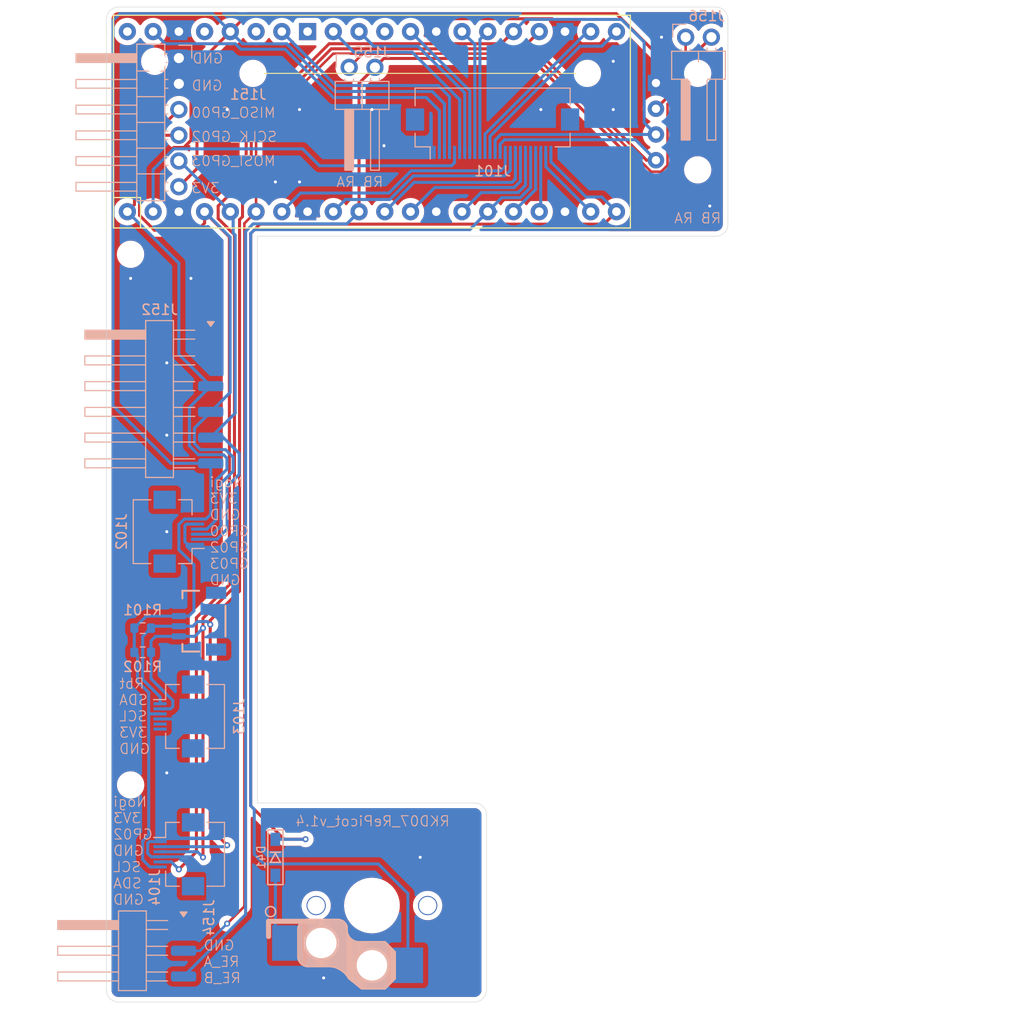
<source format=kicad_pcb>
(kicad_pcb (version 20241229) (generator "pcbnew") (generator_version "9.0")
  (layers (0 "F.Cu" signal) (2 "B.Cu" signal) (13 "F.Paste" user) (15 "B.Paste" user) (5 "F.SilkS" user "F.Silkscreen") (7 "B.SilkS" user "B.Silkscreen") (1 "F.Mask" user) (3 "B.Mask" user) (25 "Edge.Cuts" user))
  (net 0 "")
  (net 1 "VCC")
  (net 2 "GND")
  (net 3 "3V3")
  (net 13 "ROW4_L")
  (net 14 "COL9_L")
  (net 15 "SDA{slash}SCK_L")
  (net 16 "COL4_L")
  (net 17 "COL10_L")
  (net 18 "ROW1_L")
  (net 19 "COL2_L")
  (net 20 "ROW3_L")
  (net 21 "COL13_L")
  (net 22 "COL8_L")
  (net 23 "COL0_L")
  (net 24 "ROW0_L")
  (net 25 "COL6_L")
  (net 26 "COL3_L")
  (net 27 "COL7_L")
  (net 28 "COL5_L")
  (net 29 "COL1_L")
  (net 30 "SCL{slash}TX_L")
  (net 31 "ROW2_L")
  (net 32 "COL12_L")
  (net 33 "COL11_L")
  (net 34 "GP04")
  (net 35 "GP07")
  (net 36 "Net-(D41-A)")
  (net 37 "GP02_SCLK")
  (net 38 "GP00_MISO")
  (net 39 "GP03_MOSI")
  (footprint "kbd_Hole:m2_Screw_Hole" (layer "F.Cu") (at 80.9625 52.3875)
    (property "Reference" "Ref**")
    (property "Value" "Val**")
  )
  (footprint "kbd_Hole:m2_Screw_Hole" (layer "F.Cu") (at 136.92199 34.528151)
    (property "Reference" "Ref**")
    (property "Value" "Val**")
  )
  (footprint "kbd_Hole:m2_Screw_Hole" (layer "F.Cu") (at 136.92199 44.053159)
    (property "Reference" "Ref**")
    (property "Value" "Val**")
  )
  (footprint "kbd_Hole:m2_Screw_Hole" (layer "F.Cu") (at 83.34375 33.337532)
    (property "Reference" "Ref**")
    (property "Value" "Val**")
  )
  (footprint "Rikkodo_FootPrint:rkd_RPi_Pico_TH_NODBG" (layer "F.Cu") (at 104.775 39.290625 90)
    (property "Reference" "U101" (hide yes))
    (property "Value" "Pico")
  )
  (footprint "kbd_Hole:m2_Screw_Hole" (layer "F.Cu") (at 80.9625 104.775)
    (property "Reference" "Ref**")
    (property "Value" "Val**")
  )
  (footprint "BrownSugar_KBD:OLED_center_display" (layer "F.Cu") (at 114.3 39.290625 90)
    (property "Reference" "OL101")
    (property "Value" "OLED")
  )
  (footprint "Rikkodo_FootPrint:rkd_Asm_ChocV1V2_Hotswap_1u" (layer "F.Cu") (at 104.775 116.68125)
    (property "Reference" "SW41" (hide yes))
    (property "Value" "SW_Push" (hide yes))
  )
  (footprint "kbd_Parts:Diode_SMD" (layer "F.Cu") (at 95.25 111.91875 -90)
    (property "Reference" "D41")
    (property "Value" "D" (hide yes))
  )
  (footprint "Rikkodo_FootPrint:rkd_unified_wid_BTM" (layer "F.Cu") (at 109.5375 34.528125)
    (property "Reference" "UnifiedW**" (hide yes))
    (property "Value" "rkd_unified_wid_BTM" (hide yes))
  )
  (footprint "Connector_PinHeader_2.54mm:PinHeader_1x02_P2.54mm_Horizontal" (layer "B.Cu") (at 135.73125 30.95625 -90)
    (property "Reference" "J156")
    (property "Value" "Conn_01x02_Socket")
  )
  (footprint "Connector_Harwin:Harwin_M20-89003xx_1x03_P2.54mm_Horizontal" (layer "B.Cu") (at 80.664776 121.145992 180)
    (property "Reference" "J154")
    (property "Value" "Conn_01x02_Socket")
  )
  (footprint "Connector_FFC-FPC:Hirose_FH12-6S-0.5SH_1x06-1MP_P0.50mm_Horizontal" (layer "B.Cu") (at 85.724928 111.621 -90)
    (property "Reference" "J104")
    (property "Value" "Conn_01x06")
  )
  (footprint "Connector_FFC-FPC:Hirose_FH12-6S-0.5SH_1x06-1MP_P0.50mm_Horizontal" (layer "B.Cu") (at 85.725 79.771875 90)
    (property "Reference" "J102")
    (property "Value" "Conn_01x06")
  )
  (footprint "Connector_PinHeader_2.54mm:PinHeader_1x06_P2.54mm_Horizontal" (layer "B.Cu") (at 85.725 33.02 180)
    (property "Reference" "J151")
    (property "Value" "Conn_01x06")
  )
  (footprint "SparkFun-Connector:JST_SMD_1.0mm-4_Black" (layer "B.Cu") (at 85.725 88.60625 -90)
    (property "Reference" "J153")
    (property "Value" "Qwiic_RA")
  )
  (footprint "DreaM117er-keebLibrary:Hirose_FH12-6S-0.5SH_1x06-1MP_P0.50mm_Horizontal" (layer "B.Cu") (at 85.725 98.0125 -90)
    (property "Reference" "J103")
    (property "Value" "Conn_01x06")
  )
  (footprint "Connector_Harwin:Harwin_M20-89006xx_1x06_P2.54mm_Horizontal" (layer "B.Cu") (at 83.34375 66.675 180)
    (property "Reference" "J152")
    (property "Value" "Conn_01x06")
  )
  (footprint "Connector_PinHeader_2.54mm:PinHeader_1x02_P2.54mm_Horizontal" (layer "B.Cu") (at 102.532568 33.932841 -90)
    (property "Reference" "J155")
    (property "Value" "Conn_01x02_Socket")
  )
  (footprint "Resistor_SMD:R_0603_1608Metric" (layer "B.Cu") (at 82.153194 91.678202)
    (property "Reference" "R102")
    (property "Value" "1kΩ")
  )
  (footprint "Connector_FFC-FPC:Hirose_FH12-24S-0.5SH_1x24-1MP_P0.50mm_Horizontal" (layer "B.Cu") (at 116.68125 40.48125)
    (property "Reference" "J101")
    (property "Value" "Conn_01x24")
  )
  (footprint "Resistor_SMD:R_0603_1608Metric" (layer "B.Cu") (at 82.153194 89.29695)
    (property "Reference" "R101")
    (property "Value" "1kΩ")
  )
  (gr_line (start 79.771875 27.979708) (end 138.707929 27.979708) (stroke (width 0.05)) (layer "Edge.Cuts"))
  (gr_arc (start 138.707929 27.979686) (mid 139.549832 28.328418) (end 139.898577 29.170311) (stroke (width 0.05)) (layer "Edge.Cuts"))
  (gr_arc (start 78.581392 29.170409) (mid 78.930113 28.328529) (end 79.772017 27.979784) (stroke (width 0.05)) (layer "Edge.Cuts"))
  (gr_line (start 114.895418 126.20625) (end 79.771942 126.206251) (stroke (width 0.05)) (layer "Edge.Cuts"))
  (gr_arc (start 114.895409 106.561027) (mid 115.737309 106.909753) (end 116.086035 107.751653) (stroke (width 0.05)) (layer "Edge.Cuts"))
  (gr_line (start 93.464141 106.561027) (end 114.8954 106.561027) (stroke (width 0.05)) (layer "Edge.Cuts"))
  (gr_line (start 139.898574 29.160641) (end 139.898556 49.4109) (stroke (width 0.05)) (layer "Edge.Cuts"))
  (gr_arc (start 79.771942 126.206251) (mid 78.930042 125.857525) (end 78.581316 125.015625) (stroke (width 0.05)) (layer "Edge.Cuts"))
  (gr_arc (start 139.898555 49.410979) (mid 139.549811 50.252858) (end 138.707931 50.601603) (stroke (width 0.05)) (layer "Edge.Cuts"))
  (gr_line (start 138.707931 50.601605) (end 93.464141 50.601605) (stroke (width 0.05)) (layer "Edge.Cuts"))
  (gr_line (start 116.086035 107.742188) (end 116.086036 125.019964) (stroke (width 0.05)) (layer "Edge.Cuts"))
  (gr_line (start 78.581314 29.170409) (end 78.581316 125.015625) (stroke (width 0.05)) (layer "Edge.Cuts"))
  (gr_arc (start 116.086044 125.015625) (mid 115.73731 125.857516) (end 114.895418 126.206251) (stroke (width 0.05)) (layer "Edge.Cuts"))
  (gr_line (start 93.464141 50.601605) (end 93.464141 106.561027) (stroke (width 0.05)) (layer "Edge.Cuts"))
  (gr_text "RB RA" (at 134.540738 49.410979 0) (layer "B.SilkS") (effects (font (size 1 1) (thickness 0.1)) (justify right bottom mirror)))
  (gr_text "MOSI_GP03" (at 86.915552 43.755432 0) (layer "B.SilkS") (effects (font (size 1 1) (thickness 0.1)) (justify right bottom mirror)))
  (gr_text "RB RA" (at 101.20321 45.839101 0) (layer "B.SilkS") (effects (font (size 1 1) (thickness 0.1)) (justify right bottom mirror)))
  (gr_text "3V3" (at 86.915552 46.434336 0) (layer "B.SilkS") (effects (font (size 1 1) (thickness 0.1)) (justify right bottom mirror)))
  (gr_text "SCLK_GP02" (at 86.915552 41.374184 0) (layer "B.SilkS") (effects (font (size 1 1) (thickness 0.1)) (justify right bottom mirror)))
  (gr_text "MISO_GP00" (at 86.915552 38.992936 0) (layer "B.SilkS") (effects (font (size 1 1) (thickness 0.1)) (justify right bottom mirror)))
  (gr_text "GND\nRE_A\nRE_B" (at 88.106324 124.420417 0) (layer "B.SilkS") (effects (font (size 1 1) (thickness 0.1)) (justify right bottom mirror)))
  (gr_text "RKD07_RePicot_v1.4" (at 112.514157 108.942279 0) (layer "B.SilkS") (effects (font (size 1 1) (thickness 0.1)) (justify left bottom mirror)))
  (gr_text "GND" (at 86.915552 36.314032 0) (layer "B.SilkS") (effects (font (size 1 1) (thickness 0.1)) (justify right bottom mirror)))
  (gr_text "GND" (at 86.995 33.635128 0) (layer "B.SilkS") (effects (font (size 1 1) (thickness 0.1)) (justify right bottom mirror)))
  (gr_text "Rbt\nSDA\nSCL\n3V3\nGND" (at 79.771942 101.798523 0) (layer "B.SilkS") (effects (font (size 1 1) (thickness 0.1)) (justify right bottom mirror)))
  (gr_text "Nogi\n3V3\nGND\nGP00\nGP02\nGP03\nGND" (at 88.701637 85.129759 0) (layer "B.SilkS") (effects (font (size 1 1) (thickness 0.1)) (justify right bottom mirror)))
  (gr_text "Nogi\n3V3\nGP02\nGND\nSCL\nSDA\nGND" (at 79.176629 116.681348 0) (layer "B.SilkS") (effects (font (size 1 1) (thickness 0.1)) (justify right bottom mirror)))
  (segment (start 83.64148 30.400657) (end 83.64148 30.93648) (width 0.3) (layer "F.Cu") (net 1))
  (segment (start 96.202478 32.146902) (end 91.842757 32.146902) (width 0.3) (layer "B.Cu") (net 1))
  (segment (start 111.43125 38.207751) (end 110.132905 36.909406) (width 0.3) (layer "B.Cu") (net 1))
  (segment (start 100.964982 36.909406) (end 96.202478 32.146902) (width 0.3) (layer "B.Cu") (net 1))
  (segment (start 111.43125 42.33125) (end 111.43125 38.207751) (width 0.3) (layer "B.Cu") (net 1))
  (segment (start 91.842757 32.146902) (end 91.29748 31.601625) (width 0.3) (layer "B.Cu") (net 1))
  (segment (start 110.132905 36.909406) (end 100.964982 36.909406) (width 0.3) (layer "B.Cu") (net 1))
  (segment (start 91.29748 31.601625) (end 84.386 31.601625) (width 0.3) (layer "B.Cu") (net 1))
  (segment (start 84.386 31.601625) (end 83.185 30.400625) (width 0.3) (layer "B.Cu") (net 1))
  (segment (start 112.393917 29.131708) (end 122.556083 29.131708) (width 0.3) (layer "F.Cu") (net 2))
  (segment (start 122.556083 29.131708) (end 123.825 30.400625) (width 0.3) (layer "F.Cu") (net 2))
  (segment (start 83.777385 43.296135) (end 83.777385 46.23301) (width 0.3) (layer "F.Cu") (net 2))
  (segment (start 111.125 48.180625) (end 112.326 46.979625) (width 0.3) (layer "F.Cu") (net 2))
  (segment (start 128.921 31.601625) (end 132.8 35.480625) (width 0.3) (layer "F.Cu") (net 2))
  (segment (start 122.624 46.979625) (end 123.825 48.180625) (width 0.3) (layer "F.Cu") (net 2))
  (segment (start 86.926 41.137471) (end 86.222471 41.841) (width 0.3) (layer "F.Cu") (net 2))
  (segment (start 86.222471 41.841) (end 85.23252 41.841) (width 0.3) (layer "F.Cu") (net 2))
  (segment (start 112.326 46.979625) (end 122.624 46.979625) (width 0.3) (layer "F.Cu") (net 2))
  (segment (start 98.425 48.180625) (end 98.425 46.0375) (width 0.3) (layer "F.Cu") (net 2))
  (segment (start 85.725 33.02) (end 85.725 30.400625) (width 0.3) (layer "F.Cu") (net 2))
  (segment (start 111.125 48.180625) (end 111.125 46.83125) (width 0.3) (layer "F.Cu") (net 2))
  (segment (start 98.425 46.0375) (end 97.63125 45.24375) (width 0.3) (layer "F.Cu") (net 2))
  (segment (start 111.125 46.83125) (end 105.965625 41.671875) (width 0.3) (layer "F.Cu") (net 2))
  (segment (start 85.23252 41.841) (end 83.777385 43.296135) (width 0.3) (layer "F.Cu") (net 2))
  (segment (start 85.725 33.02) (end 85.725 35.56) (width 0.3) (layer "F.Cu") (net 2))
  (segment (start 83.777385 46.23301) (end 85.725 48.180625) (width 0.3) (layer "F.Cu") (net 2))
  (segment (start 86.926 36.761) (end 86.926 41.137471) (width 0.3) (layer "F.Cu") (net 2))
  (segment (start 111.125 30.400625) (end 112.393917 29.131708) (width 0.3) (layer "F.Cu") (net 2))
  (segment (start 125.026 31.601625) (end 128.921 31.601625) (width 0.3) (layer "F.Cu") (net 2))
  (segment (start 85.725 35.56) (end 86.926 36.761) (width 0.3) (layer "F.Cu") (net 2))
  (segment (start 123.825 30.400625) (end 125.026 31.601625) (width 0.3) (layer "F.Cu") (net 2))
  (via (at 128.5875 38.1) (size 0.6) (drill 0.3) (layers "F.Cu" "B.Cu") (net 2))
  (via (at 128.5875 33.3375) (size 0.6) (drill 0.3) (layers "F.Cu" "B.Cu") (net 2))
  (via (at 105.965625 41.671875) (size 0.6) (drill 0.3) (layers "F.Cu" "B.Cu") (net 2))
  (via (at 86.915698 54.768796) (size 0.6) (drill 0.3) (layers "F.Cu" "B.Cu") (net 2))
  (via (at 90.4875 38.1) (size 0.6) (drill 0.3) (layers "F.Cu" "B.Cu") (net 2))
  (via (at 84.534375 70.246875) (size 0.6) (drill 0.3) (layers "F.Cu" "B.Cu") (net 2))
  (via (at 84.534375 79.771875) (size 0.6) (drill 0.3) (layers "F.Cu" "B.Cu") (net 2))
  (via (at 138.1125 47.625) (size 0.6) (drill 0.3) (layers "F.Cu" "B.Cu") (net 2))
  (via (at 104.775 38.1) (size 0.6) (drill 0.3) (layers "F.Cu" "B.Cu") (net 2))
  (via (at 121.44375 38.1) (size 0.6) (drill 0.3) (layers "F.Cu" "B.Cu") (net 2))
  (via (at 84.534375 63.103125) (size 0.6) (drill 0.3) (layers "F.Cu" "B.Cu") (net 2))
  (via (at 97.63125 38.1) (size 0.6) (drill 0.3) (layers "F.Cu" "B.Cu") (net 2))
  (via (at 100.0125 123.825) (size 0.6) (drill 0.3) (layers "F.Cu" "B.Cu") (net 2))
  (via (at 80.9625 54.76875) (size 0.6) (drill 0.3) (layers "F.Cu" "B.Cu") (net 2))
  (via (at 95.25 45.24375) (size 0.6) (drill 0.3) (layers "F.Cu" "B.Cu") (net 2))
  (via (at 109.5375 111.91875) (size 0.6) (drill 0.3) (layers "F.Cu" "B.Cu") (net 2))
  (via (at 133.35 30.95625) (size 0.6) (drill 0.3) (layers "F.Cu" "B.Cu") (net 2))
  (via (at 97.63125 45.24375) (size 0.6) (drill 0.3) (layers "F.Cu" "B.Cu") (net 2))
  (via (at 84.534375 103.584375) (size 0.6) (drill 0.3) (layers "F.Cu" "B.Cu") (net 2))
  (segment (start 83.875 98.2625) (end 87.474844 98.2625) (width 0.3) (layer "B.Cu") (net 2))
  (segment (start 86.475139 79.021875) (end 86.320385 79.176629) (width 0.3) (layer "B.Cu") (net 2))
  (segment (start 82.998368 111.871) (end 83.874928 111.871) (width 0.3) (layer "B.Cu") (net 2))
  (segment (start 88.86875 60.325) (end 88.86875 62.865) (width 0.5) (layer "B.Cu") (net 2))
  (segment (start 83.874928 111.871) (end 86.926928 111.871) (width 0.3) (layer "B.Cu") (net 2))
  (segment (start 91.380392 94.356952) (end 91.380392 84.827267) (width 0.3) (layer "B.Cu") (net 2))
  (segment (start 91.380392 84.827267) (end 87.575 81.021875) (width 0.3) (layer "B.Cu") (net 2))
  (segment (start 87.80852 33.019968) (end 87.808488 33.02) (width 0.3) (layer "B.Cu") (net 2))
  (segment (start 87.575 79.021875) (end 86.475139 79.021875) (width 0.3) (layer "B.Cu") (net 2))
  (segment (start 82.654194 111.526826) (end 82.998368 111.871) (width 0.3) (layer "B.Cu") (net 2))
  (segment (start 82.807744 110.371) (end 82.654194 110.52455) (width 0.3) (layer "B.Cu") (net 2))
  (segment (start 110.93125 42.33125) (end 109.57925 42.33125) (width 0.3) (layer "B.Cu") (net 2))
  (segment (start 83.874928 110.371) (end 82.807744 110.371) (width 0.3) (layer "B.Cu") (net 2))
  (segment (start 87.474844 98.2625) (end 83.874928 101.862416) (width 0.3) (layer "B.Cu") (net 2))
  (segment (start 105.965625 41.671875) (end 108.919875 41.671875) (width 0.3) (layer "B.Cu") (net 2))
  (segment (start 106.52825 39.28025) (end 94.068802 39.28025) (width 0.3) (layer "B.Cu") (net 2))
  (segment (start 88.575928 116.21984) (end 86.189776 118.605992) (width 0.3) (layer "B.Cu") (net 2))
  (segment (start 86.926928 111.871) (end 88.575928 113.52) (width 0.3) (layer "B.Cu") (net 2))
  (segment (start 87.474844 98.2625) (end 91.380392 94.356952) (width 0.3) (layer "B.Cu") (net 2))
  (segment (start 86.320385 80.76926) (end 86.573 81.021875) (width 0.3) (layer "B.Cu") (net 2))
  (segment (start 106.52825 39.28025) (end 108.919875 41.671875) (width 0.3) (layer "B.Cu") (net 2))
  (segment (start 87.808488 33.02) (end 85.725 33.02) (width 0.3) (layer "B.Cu") (net 2))
  (segment (start 94.068802 39.28025) (end 87.80852 33.019968) (width 0.3) (layer "B.Cu") (net 2))
  (segment (start 108.919875 41.671875) (end 109.57925 42.33125) (width 0.3) (layer "B.Cu") (net 2))
  (segment (start 86.320385 79.176629) (end 86.320385 80.76926) (width 0.3) (layer "B.Cu") (net 2))
  (segment (start 83.874928 101.862416) (end 83.874928 110.371) (width 0.3) (layer "B.Cu") (net 2))
  (segment (start 86.573 81.021875) (end 87.575 81.021875) (width 0.3) (layer "B.Cu") (net 2))
  (segment (start 88.575928 113.52) (end 88.575928 116.21984) (width 0.3) (layer "B.Cu") (net 2))
  (segment (start 82.654194 110.52455) (end 82.654194 111.526826) (width 0.3) (layer "B.Cu") (net 2))
  (segment (start 132.8 38.020625) (end 133.961 36.859625) (width 0.3) (layer "F.Cu") (net 3))
  (segment (start 133.961 33.70666) (end 128.885048 28.630708) (width 0.3) (layer "F.Cu") (net 3))
  (segment (start 87.510864 33.694761) (end 90.805 30.400625) (width 0.3) (layer "F.Cu") (net 3))
  (segment (start 85.725 45.72) (end 87.510864 43.934136) (width 0.3) (layer "F.Cu") (net 3))
  (segment (start 87.510864 43.934136) (end 87.510864 33.694761) (width 0.3) (layer "F.Cu") (net 3))
  (segment (start 92.574917 28.630708) (end 128.885048 28.630708) (width 0.3) (layer "F.Cu") (net 3))
  (segment (start 133.961 36.859625) (end 133.961 33.70666) (width 0.3) (layer "F.Cu") (net 3))
  (segment (start 90.805 30.400625) (end 92.574917 28.630708) (width 0.3) (layer "F.Cu") (net 3))
  (segment (start 88.86875 73.025) (end 88.86875 78.04901) (width 0.3) (layer "B.Cu") (net 3))
  (segment (start 81.652194 94.56461) (end 81.652194 92.002202) (width 0.3) (layer "B.Cu") (net 3))
  (segment (start 82.748368 97.631168) (end 82.748368 109.721856) (width 0.3) (layer "B.Cu") (net 3))
  (segment (start 81.652194 92.002202) (end 81.328194 91.678202) (width 0.3) (layer "B.Cu") (net 3))
  (segment (start 88.86875 78.04901) (end 88.395885 78.521875) (width 0.3) (layer "B.Cu") (net 3))
  (segment (start 88.395885 78.521875) (end 87.575 78.521875) (width 0.3) (layer "B.Cu") (net 3))
  (segment (start 82.153194 110.31703) (end 82.153194 112.151266) (width 0.3) (layer "B.Cu") (net 3))
  (segment (start 87.575 78.521875) (end 86.683659 78.521875) (width 0.3) (layer "B.Cu") (net 3))
  (segment (start 88.86875 73.025) (end 84.93125 73.025) (width 0.3) (layer "B.Cu") (net 3))
  (segment (start 86.683659 78.521875) (end 86.682659 78.520875) (width 0.3) (layer "B.Cu") (net 3))
  (segment (start 82.872928 112.871) (end 83.874928 112.871) (width 0.3) (layer "B.Cu") (net 3))
  (segment (start 82.518894 88.10625) (end 81.328194 89.29695) (width 0.3) (layer "B.Cu") (net 3))
  (segment (start 96.384075 31.60822) (end 92.012595 31.60822) (width 0.3) (layer "B.Cu") (net 3))
  (segment (start 82.153194 112.151266) (end 82.872928 112.871) (width 0.3) (layer "B.Cu") (net 3))
  (segment (start 89.035083 28.630708) (end 90.805 30.400625) (width 0.3) (layer "B.Cu") (net 3))
  (segment (start 84.93125 73.025) (end 79.232314 67.326064) (width 0.3) (layer "B.Cu") (net 3))
  (segment (start 79.232314 67.326064) (end 79.232314 29.305437) (width 0.3) (layer "B.Cu") (net 3))
  (segment (start 92.012595 31.60822) (end 90.805 30.400625) (width 0.3) (layer "B.Cu") (net 3))
  (segment (start 85.725 88.10625) (end 82.518894 88.10625) (width 0.3) (layer "B.Cu") (net 3))
  (segment (start 82.8797 97.7625) (end 82.748368 97.631168) (width 0.3) (layer "B.Cu") (net 3))
  (segment (start 86.682659 78.520875) (end 86.267618 78.520875) (width 0.3) (layer "B.Cu") (net 3))
  (segment (start 87.213208 87.593042) (end 86.7 88.10625) (width 0.3) (layer "B.Cu") (net 3))
  (segment (start 101.078189 36.314093) (end 96.384075 31.619979) (width 0.3) (layer "B.Cu") (net 3))
  (segment (start 81.328194 89.29695) (end 81.328194 91.678202) (width 0.3) (layer "B.Cu") (net 3))
  (segment (start 110.728219 36.314093) (end 101.078189 36.314093) (width 0.3) (layer "B.Cu") (net 3))
  (segment (start 86.267618 78.520875) (end 85.724928 79.063565) (width 0.3) (layer "B.Cu") (net 3))
  (segment (start 82.748368 97.631168) (end 82.748368 95.660784) (width 0.3) (layer "B.Cu") (net 3))
  (segment (start 96.384075 31.619979) (end 96.384075 31.60822) (width 0.3) (layer "B.Cu") (net 3))
  (segment (start 86.7 88.10625) (end 85.725 88.10625) (width 0.3) (layer "B.Cu") (net 3))
  (segment (start 85.724928 81.557744) (end 87.213208 83.046024) (width 0.3) (layer "B.Cu") (net 3))
  (segment (start 82.748368 109.721856) (end 82.153194 110.31703) (width 0.3) (layer "B.Cu") (net 3))
  (segment (start 83.875 97.7625) (end 82.8797 97.7625) (width 0.3) (layer "B.Cu") (net 3))
  (segment (start 79.907043 28.630708) (end 89.035083 28.630708) (width 0.3) (layer "B.Cu") (net 3))
  (segment (start 79.232314 29.305437) (end 79.907043 28.630708) (width 0.3) (layer "B.Cu") (net 3))
  (segment (start 111.93125 42.33125) (end 111.93125 37.517124) (width 0.3) (layer "B.Cu") (net 3))
  (segment (start 111.93125 37.517124) (end 110.728219 36.314093) (width 0.3) (layer "B.Cu") (net 3))
  (segment (start 82.748368 95.660784) (end 81.652194 94.56461) (width 0.3) (layer "B.Cu") (net 3))
  (segment (start 87.213208 83.046024) (end 87.213208 87.593042) (width 0.3) (layer "B.Cu") (net 3))
  (segment (start 85.724928 79.063565) (end 85.724928 81.557744) (width 0.3) (layer "B.Cu") (net 3))
  (segment (start 92.813141 106.83068) (end 92.813141 50.331952) (width 0.3) (layer "F.Cu") (net 13))
  (segment (start 96.115366 110.132905) (end 98.226645 110.132905) (width 0.3) (layer "F.Cu") (net 13))
  (segment (start 92.813141 106.83068) (end 96.115366 110.132905) (width 0.3) (layer "F.Cu") (net 13))
  (segment (start 92.813141 50.331952) (end 93.734114 49.410979) (width 0.3) (layer "F.Cu") (net 13))
  (segment (start 93.734114 49.410979) (end 127.674646 49.410979) (width 0.3) (layer "F.Cu") (net 13))
  (segment (start 127.674646 49.410979) (end 128.905 48.180625) (width 0.3) (layer "F.Cu") (net 13))
  (via (at 98.226645 110.132905) (size 0.6) (drill 0.3) (layers "F.Cu" "B.Cu") (net 13))
  (segment (start 127.456367 46.731992) (end 128.905 48.180625) (width 0.3) (layer "B.Cu") (net 13))
  (segment (start 98.2158 110.14375) (end 95.25 110.14375) (width 0.3) (layer "B.Cu") (net 13))
  (segment (start 122.43125 43.254754) (end 125.908488 46.731992) (width 0.3) (layer "B.Cu") (net 13))
  (segment (start 122.43125 42.33125) (end 122.43125 43.254754) (width 0.3) (layer "B.Cu") (net 13))
  (segment (start 128.280625 48.180625) (end 128.905 48.180625) (width 0.3) (layer "B.Cu") (net 13))
  (segment (start 98.226645 110.132905) (end 98.2158 110.14375) (width 0.3) (layer "B.Cu") (net 13))
  (segment (start 125.908488 46.731992) (end 127.456367 46.731992) (width 0.3) (layer "B.Cu") (net 13))
  (segment (start 114.93125 42.33125) (end 114.93125 31.666875) (width 0.3) (layer "B.Cu") (net 14))
  (segment (start 114.93125 31.666875) (end 113.665 30.400625) (width 0.3) (layer "B.Cu") (net 14))
  (segment (start 88.82176 88.526753) (end 91.712952 85.635561) (width 0.3) (layer "F.Cu") (net 15))
  (segment (start 92.869 39.998784) (end 100.765163 32.102625) (width 0.3) (layer "F.Cu") (net 15))
  (segment (start 119.583 32.102625) (end 121.285 30.400625) (width 0.3) (layer "F.Cu") (net 15))
  (segment (start 88.82176 109.062385) (end 90.4875 110.728125) (width 0.3) (layer "F.Cu") (net 15))
  (segment (start 92.006 48.678096) (end 92.006 45.921936) (width 0.3) (layer "F.Cu") (net 15))
  (segment (start 131.866619 43.100625) (end 132.8 43.100625) (width 0.3) (layer "F.Cu") (net 15))
  (segment (start 119.583 32.102625) (end 120.868619 32.102625) (width 0.3) (layer "F.Cu") (net 15))
  (segment (start 91.712952 48.971144) (end 92.006 48.678096) (width 0.3) (layer "F.Cu") (net 15))
  (segment (start 91.712952 85.635561) (end 91.712952 48.971144) (width 0.3) (layer "F.Cu") (net 15))
  (segment (start 92.006 45.921936) (end 92.869 45.058936) (width 0.3) (layer "F.Cu") (net 15))
  (segment (start 120.868619 32.102625) (end 131.866619 43.100625) (width 0.3) (layer "F.Cu") (net 15))
  (segment (start 88.82176 88.938963) (end 88.82176 88.526753) (width 0.3) (layer "F.Cu") (net 15))
  (segment (start 88.82176 88.938963) (end 88.82176 109.062385) (width 0.3) (layer "F.Cu") (net 15))
  (segment (start 92.869 45.058936) (end 92.869 39.998784) (width 0.3) (layer "F.Cu") (net 15))
  (segment (start 100.765163 32.102625) (end 119.583 32.102625) (width 0.3) (layer "F.Cu") (net 15))
  (via (at 88.82176 88.938963) (size 0.6) (drill 0.3) (layers "F.Cu" "B.Cu") (net 15))
  (via (at 90.4875 110.728125) (size 0.6) (drill 0.3) (layers "F.Cu" "B.Cu") (net 15))
  (segment (start 87.10625 89.10625) (end 85.725 89.10625) (width 0.3) (layer "B.Cu") (net 15))
  (segment (start 117.43125 42.33125) (end 117.43125 41.517054) (width 0.3) (layer "B.Cu") (net 15))
  (segment (start 82.978194 89.29695) (end 82.153194 90.12195) (width 0.3) (layer "B.Cu") (net 15))
  (segment (start 132.8 43.100625) (end 132.699 43.201625) (width 0.3) (layer "B.Cu") (net 15))
  (segment (start 130.775903 41.076528) (end 132.8 43.100625) (width 0.3) (layer "B.Cu") (net 15))
  (segment (start 88.528747 88.64595) (end 87.56655 88.64595) (width 0.3) (layer "B.Cu") (net 15))
  (segment (start 90.344625 110.871) (end 90.4875 110.728125) (width 0.3) (layer "B.Cu") (net 15))
  (segment (start 88.82176 88.938963) (end 88.528747 88.64595) (width 0.3) (layer "B.Cu") (net 15))
  (segment (start 83.168894 89.10625) (end 82.978194 89.29695) (width 0.3) (layer "B.Cu") (net 15))
  (segment (start 83.874928 110.871) (end 90.344625 110.871) (width 0.3) (layer "B.Cu") (net 15))
  (segment (start 83.875 96.078896) (end 83.875 96.7625) (width 0.3) (layer "B.Cu") (net 15))
  (segment (start 87.56655 88.64595) (end 87.10625 89.10625) (width 0.3) (layer "B.Cu") (net 15))
  (segment (start 82.153194 90.12195) (end 82.153194 94.35709) (width 0.3) (layer "B.Cu") (net 15))
  (segment (start 82.153194 94.35709) (end 83.875 96.078896) (width 0.3) (layer "B.Cu") (net 15))
  (segment (start 85.725 89.10625) (end 83.168894 89.10625) (width 0.3) (layer "B.Cu") (net 15))
  (segment (start 117.871776 41.076528) (end 130.775903 41.076528) (width 0.3) (layer "B.Cu") (net 15))
  (segment (start 117.43125 41.517054) (end 117.871776 41.076528) (width 0.3) (layer "B.Cu") (net 15))
  (segment (start 119.203215 46.293521) (end 115.552104 46.293521) (width 0.3) (layer "B.Cu") (net 16))
  (segment (start 119.93125 45.565486) (end 119.203215 46.293521) (width 0.3) (layer "B.Cu") (net 16))
  (segment (start 119.93125 42.33125) (end 119.93125 45.565486) (width 0.3) (layer "B.Cu") (net 16))
  (segment (start 115.552104 46.293521) (end 113.665 48.180625) (width 0.3) (layer "B.Cu") (net 16))
  (segment (start 114.43125 36.246875) (end 108.585 30.400625) (width 0.3) (layer "B.Cu") (net 17))
  (segment (start 114.43125 42.33125) (end 114.43125 36.246875) (width 0.3) (layer "B.Cu") (net 17))
  (segment (start 120.93125 45.994375) (end 118.745 48.180625) (width 0.3) (layer "B.Cu") (net 18))
  (segment (start 120.93125 42.33125) (end 120.93125 45.994375) (width 0.3) (layer "B.Cu") (net 18))
  (segment (start 108.934104 45.291521) (end 106.045 48.180625) (width 0.3) (layer "B.Cu") (net 19))
  (segment (start 118.93125 42.33125) (end 118.93125 44.963998) (width 0.3) (layer "B.Cu") (net 19))
  (segment (start 118.603727 45.291521) (end 108.934104 45.291521) (width 0.3) (layer "B.Cu") (net 19))
  (segment (start 118.93125 44.963998) (end 118.603727 45.291521) (width 0.3) (layer "B.Cu") (net 19))
  (segment (start 121.93125 42.33125) (end 121.93125 43.746875) (width 0.3) (layer "B.Cu") (net 20))
  (segment (start 121.93125 43.746875) (end 126.365 48.180625) (width 0.3) (layer "B.Cu") (net 20))
  (segment (start 85.227529 41.979) (end 83.185 44.021529) (width 0.3) (layer "B.Cu") (net 21))
  (segment (start 112.623 43.6464) (end 99.605775 43.6464) (width 0.3) (layer "B.Cu") (net 21))
  (segment (start 85.227561 41.978968) (end 85.227529 41.979) (width 0.3) (layer "B.Cu") (net 21))
  (segment (start 97.938343 41.978968) (end 85.227561 41.978968) (width 0.3) (layer "B.Cu") (net 21))
  (segment (start 112.93125 43.33815) (end 112.623 43.6464) (width 0.3) (layer "B.Cu") (net 21))
  (segment (start 83.185 44.021529) (end 83.185 48.180625) (width 0.3) (layer "B.Cu") (net 21))
  (segment (start 112.93125 42.33125) (end 112.93125 43.33815) (width 0.3) (layer "B.Cu") (net 21))
  (segment (start 99.605775 43.6464) (end 97.938343 41.978968) (width 0.3) (layer "B.Cu") (net 21))
  (segment (start 116.205 30.400625) (end 115.43125 31.174375) (width 0.3) (layer "B.Cu") (net 22))
  (segment (start 115.43125 31.174375) (end 115.43125 42.33125) (width 0.3) (layer "B.Cu") (net 22))
  (segment (start 108.64444 44.1474) (end 117.479808 44.1474) (width 0.3) (layer "B.Cu") (net 23))
  (segment (start 117.479808 44.1474) (end 117.93125 43.695958) (width 0.3) (layer "B.Cu") (net 23))
  (segment (start 97.724589 46.341036) (end 106.467549 46.341036) (width 0.3) (layer "B.Cu") (net 23))
  (segment (start 106.467549 46.324291) (end 108.64444 44.1474) (width 0.3) (layer "B.Cu") (net 23))
  (segment (start 106.467549 46.341036) (end 106.467549 46.324291) (width 0.3) (layer "B.Cu") (net 23))
  (segment (start 95.885 48.180625) (end 97.724589 46.341036) (width 0.3) (layer "B.Cu") (net 23))
  (segment (start 117.93125 43.695958) (end 117.93125 42.33125) (width 0.3) (layer "B.Cu") (net 23))
  (segment (start 101.213471 35.729096) (end 111.333847 35.729096) (width 0.3) (layer "B.Cu") (net 24))
  (segment (start 111.333847 35.729096) (end 112.43125 36.826499) (width 0.3) (layer "B.Cu") (net 24))
  (segment (start 112.43125 36.826499) (end 112.43125 42.33125) (width 0.3) (layer "B.Cu") (net 24))
  (segment (start 95.885 30.400625) (end 101.213471 35.729096) (width 0.3) (layer "B.Cu") (net 24))
  (segment (start 125.313308 31.849192) (end 127.456433 31.849192) (width 0.3) (layer "B.Cu") (net 25))
  (segment (start 116.43125 42.33125) (end 116.43125 40.73125) (width 0.3) (layer "B.Cu") (net 25))
  (segment (start 127.456433 31.849192) (end 128.905 30.400625) (width 0.3) (layer "B.Cu") (net 25))
  (segment (start 116.43125 40.73125) (end 125.313308 31.849192) (width 0.3) (layer "B.Cu") (net 25))
  (segment (start 118.811247 45.792521) (end 110.973104 45.792521) (width 0.3) (layer "B.Cu") (net 26))
  (segment (start 119.43125 42.33125) (end 119.43125 45.172518) (width 0.3) (layer "B.Cu") (net 26))
  (segment (start 119.43125 45.172518) (end 118.811247 45.792521) (width 0.3) (layer "B.Cu") (net 26))
  (segment (start 110.973104 45.792521) (end 108.585 48.180625) (width 0.3) (layer "B.Cu") (net 26))
  (segment (start 115.93125 40.52273) (end 126.053355 30.400625) (width 0.3) (layer "B.Cu") (net 27))
  (segment (start 115.93125 42.33125) (end 115.93125 40.52273) (width 0.3) (layer "B.Cu") (net 27))
  (segment (start 126.053355 30.400625) (end 126.365 30.400625) (width 0.3) (layer "B.Cu") (net 27))
  (segment (start 108.325 115.493358) (end 108.325 122.58125) (width 0.3) (layer "B.Cu") (net 28))
  (segment (start 117.591104 46.794521) (end 116.205 48.180625) (width 0.3) (layer "B.Cu") (net 28))
  (segment (start 94.115047 112.56975) (end 105.401392 112.56975) (width 0.3) (layer "B.Cu") (net 28))
  (segment (start 119.422584 46.794521) (end 117.591104 46.794521) (width 0.3) (layer "B.Cu") (net 28))
  (segment (start 120.43125 42.33125) (end 120.43125 45.785855) (width 0.3) (layer "B.Cu") (net 28))
  (segment (start 116.205 48.180625) (end 114.43502 49.950605) (width 0.3) (layer "B.Cu") (net 28))
  (segment (start 93.166328 107.183867) (end 93.166328 111.621031) (width 0.3) (layer "B.Cu") (net 28))
  (segment (start 117.018455 48.180625) (end 116.205 48.180625) (width 0.3) (layer "B.Cu") (net 28))
  (segment (start 93.194488 49.950605) (end 92.813141 50.331952) (width 0.3) (layer "B.Cu") (net 28))
  (segment (start 92.813141 50.331952) (end 92.813141 106.83068) (width 0.3) (layer "B.Cu") (net 28))
  (segment (start 114.43502 49.950605) (end 93.194488 49.950605) (width 0.3) (layer "B.Cu") (net 28))
  (segment (start 92.813141 106.83068) (end 93.166328 107.183867) (width 0.3) (layer "B.Cu") (net 28))
  (segment (start 93.166328 111.621031) (end 94.115047 112.56975) (width 0.3) (layer "B.Cu") (net 28))
  (segment (start 120.43125 45.785855) (end 119.422584 46.794521) (width 0.3) (layer "B.Cu") (net 28))
  (segment (start 105.401392 112.56975) (end 108.325 115.493358) (width 0.3) (layer "B.Cu") (net 28))
  (segment (start 106.53748 46.979625) (end 108.868705 44.6484) (width 0.3) (layer "B.Cu") (net 29))
  (segment (start 100.965 48.180625) (end 102.166 46.979625) (width 0.3) (layer "B.Cu") (net 29))
  (segment (start 102.166 46.979625) (end 106.53748 46.979625) (width 0.3) (layer "B.Cu") (net 29))
  (segment (start 108.868705 44.6484) (end 117.871776 44.6484) (width 0.3) (layer "B.Cu") (net 29))
  (segment (start 118.43125 44.088926) (end 118.43125 42.33125) (width 0.3) (layer "B.Cu") (net 29))
  (segment (start 117.871776 44.6484) (end 118.43125 44.088926) (width 0.3) (layer "B.Cu") (net 29))
  (segment (start 92.368 39.791262) (end 92.368 44.851416) (width 0.3) (layer "F.Cu") (net 30))
  (segment (start 100.557641 31.601625) (end 92.368 39.791262) (width 0.3) (layer "F.Cu") (net 30))
  (segment (start 88.106324 111.918676) (end 88.106324 89.29695) (width 0.3) (layer "F.Cu") (net 30))
  (segment (start 118.745 30.400625) (end 117.544 31.601625) (width 0.3) (layer "F.Cu") (net 30))
  (segment (start 117.544 31.601625) (end 100.557641 31.601625) (width 0.3) (layer "F.Cu") (net 30))
  (segment (start 91.211952 85.215908) (end 88.106324 88.321534) (width 0.3) (layer "F.Cu") (net 30))
  (segment (start 88.106324 88.321534) (end 88.106324 89.23943) (width 0.3) (layer "F.Cu") (net 30))
  (segment (start 88.106324 89.23943) (end 88.077564 89.26819) (width 0.3) (layer "F.Cu") (net 30))
  (segment (start 92.368 44.851416) (end 89.604 47.615416) (width 0.3) (layer "F.Cu") (net 30))
  (segment (start 91.211952 50.468129) (end 91.211952 85.215908) (width 0.3) (layer "F.Cu") (net 30))
  (segment (start 88.10625 111.91875) (end 88.106324 111.918676) (width 0.3) (layer "F.Cu") (net 30))
  (segment (start 89.604 47.615416) (end 89.604 48.860176) (width 0.3) (layer "F.Cu") (net 30))
  (segment (start 89.604 48.860176) (end 91.211952 50.468129) (width 0.3) (layer "F.Cu") (net 30))
  (via (at 88.106324 89.29695) (size 0.6) (drill 0.3) (layers "F.Cu" "B.Cu") (net 30))
  (via (at 88.10625 111.91875) (size 0.6) (drill 0.3) (layers "F.Cu" "B.Cu") (net 30))
  (segment (start 82.978194 94.289122) (end 85.129616 96.440544) (width 0.3) (layer "B.Cu") (net 30))
  (segment (start 85.725 90.10625) (end 85.725 90.189766) (width 0.3) (layer "B.Cu") (net 30))
  (segment (start 116.93125 42.33125) (end 116.93125 41.124086) (width 0.3) (layer "B.Cu") (net 30))
  (segment (start 87.297024 90.10625) (end 88.106324 89.29695) (width 0.3) (layer "B.Cu") (net 30))
  (segment (start 133.245 40.115625) (end 132.8 40.560625) (width 0.3) (layer "B.Cu") (net 30))
  (segment (start 117.494711 40.560625) (end 132.8 40.560625) (width 0.3) (layer "B.Cu") (net 30))
  (segment (start 85.725 90.10625) (end 83.427198 90.10625) (width 0.3) (layer "B.Cu") (net 30))
  (segment (start 82.978194 90.555254) (end 82.978194 91.678202) (width 0.3) (layer "B.Cu") (net 30))
  (segment (start 119.946 29.199625) (end 129.402471 29.199625) (width 0.3) (layer "B.Cu") (net 30))
  (segment (start 129.402471 29.199625) (end 131.639 31.436154) (width 0.3) (layer "B.Cu") (net 30))
  (segment (start 116.93125 41.124086) (end 117.494711 40.560625) (width 0.3) (layer "B.Cu") (net 30))
  (segment (start 131.639 31.436154) (end 131.639 39.399625) (width 0.3) (layer "B.Cu") (net 30))
  (segment (start 88.10625 111.91875) (end 87.5585 111.371) (width 0.3) (layer "B.Cu") (net 30))
  (segment (start 85.129616 97.036009) (end 84.903125 97.2625) (width 0.3) (layer "B.Cu") (net 30))
  (segment (start 83.427198 90.10625) (end 82.978194 90.555254) (width 0.3) (layer "B.Cu") (net 30))
  (segment (start 87.5585 111.371) (end 83.874928 111.371) (width 0.3) (layer "B.Cu") (net 30))
  (segment (start 84.903125 97.2625) (end 83.875 97.2625) (width 0.3) (layer "B.Cu") (net 30))
  (segment (start 82.748507 91.907889) (end 82.978194 91.678202) (width 0.3) (layer "B.Cu") (net 30))
  (segment (start 82.978194 91.678202) (end 82.978194 94.289122) (width 0.3) (layer "B.Cu") (net 30))
  (segment (start 85.725 90.10625) (end 87.297024 90.10625) (width 0.3) (layer "B.Cu") (net 30))
  (segment (start 85.129616 96.440544) (end 85.129616 97.036009) (width 0.3) (layer "B.Cu") (net 30))
  (segment (start 118.745 30.400625) (end 119.946 29.199625) (width 0.3) (layer "B.Cu") (net 30))
  (segment (start 131.639 39.399625) (end 132.8 40.560625) (width 0.3) (layer "B.Cu") (net 30))
  (segment (start 121.43125 48.034375) (end 121.43125 42.33125) (width 0.3) (layer "B.Cu") (net 31))
  (segment (start 121.285 48.180625) (end 121.43125 48.034375) (width 0.3) (layer "B.Cu") (net 31))
  (segment (start 113.43125 37.117979) (end 108.757775 32.444504) (width 0.3) (layer "B.Cu") (net 32))
  (segment (start 103.008878 32.444504) (end 100.965 30.400626) (width 0.3) (layer "B.Cu") (net 32))
  (segment (start 100.965 30.400626) (end 100.965 30.400625) (width 0.3) (layer "B.Cu") (net 32))
  (segment (start 108.757775 32.444504) (end 103.008878 32.444504) (width 0.3) (layer "B.Cu") (net 32))
  (segment (start 113.43125 42.33125) (end 113.43125 37.117979) (width 0.3) (layer "B.Cu") (net 32))
  (segment (start 113.93125 42.33125) (end 113.93125 36.455395) (width 0.3) (layer "B.Cu") (net 33))
  (segment (start 109.325047 31.849192) (end 104.953567 31.849192) (width 0.3) (layer "B.Cu") (net 33))
  (segment (start 113.93125 36.455395) (end 109.325047 31.849192) (width 0.3) (layer "B.Cu") (net 33))
  (segment (start 104.953567 31.849192) (end 103.505 30.400625) (width 0.3) (layer "B.Cu") (net 33))
  (segment (start 133.945425 37.548366) (end 133.945425 43.597103) (width 0.25) (layer "F.Cu") (net 34))
  (segment (start 92.188952 49.336673) (end 93.345 48.180625) (width 0.25) (layer "F.Cu") (net 34))
  (segment (start 103.886784 32.578625) (end 100.962325 32.578625) (width 0.25) (layer "F.Cu") (net 34))
  (segment (start 93.345 40.19595) (end 100.962325 32.578625) (width 0.25) (layer "F.Cu") (net 34))
  (segment (start 103.886784 32.578625) (end 102.532568 33.932841) (width 0.25) (layer "F.Cu") (net 34))
  (segment (start 90.487576 118.467287) (end 92.188952 116.765911) (width 0.25) (layer "F.Cu") (net 34))
  (segment (start 132.329453 44.236625) (end 120.671453 32.578625) (width 0.25) (layer "F.Cu") (net 34))
  (segment (start 135.73125 30.95625) (end 135.73125 32.823084) (width 0.25) (layer "F.Cu") (net 34))
  (segment (start 133.945425 43.597103) (end 133.305903 44.236625) (width 0.25) (layer "F.Cu") (net 34))
  (segment (start 134.437 34.117334) (end 134.437 37.056791) (width 0.25) (layer "F.Cu") (net 34))
  (segment (start 92.188952 116.765911) (end 92.188952 49.336673) (width 0.25) (layer "F.Cu") (net 34))
  (segment (start 135.73125 32.823084) (end 134.437 34.117334) (width 0.25) (layer "F.Cu") (net 34))
  (segment (start 133.305903 44.236625) (end 132.329453 44.236625) (width 0.25) (layer "F.Cu") (net 34))
  (segment (start 134.437 37.056791) (end 133.945425 37.548366) (width 0.25) (layer "F.Cu") (net 34))
  (segment (start 120.671453 32.578625) (end 103.886784 32.578625) (width 0.25) (layer "F.Cu") (net 34))
  (segment (start 93.345 48.180625) (end 93.345 40.19595) (width 0.25) (layer "F.Cu") (net 34))
  (via (at 90.487576 118.467287) (size 0.6) (drill 0.3) (layers "F.Cu" "B.Cu") (net 34))
  (segment (start 90.487576 118.467287) (end 87.808871 121.145992) (width 0.25) (layer "B.Cu") (net 34))
  (segment (start 87.808871 121.145992) (end 86.189776 121.145992) (width 0.25) (layer "B.Cu") (net 34))
  (segment (start 134.421425 43.794269) (end 133.520745 44.694949) (width 0.3) (layer "F.Cu") (net 35))
  (segment (start 105.950784 33.054625) (end 105.072568 33.932841) (width 0.3) (layer "F.Cu") (net 35))
  (segment (start 133.538421 44.712625) (end 132.132287 44.712625) (width 0.3) (layer "F.Cu") (net 35))
  (segment (start 134.913 34.3145) (end 134.913 37.253957) (width 0.3) (layer "F.Cu") (net 35))
  (segment (start 138.27125 30.95625) (end 134.913 34.3145) (width 0.3) (layer "F.Cu") (net 35))
  (segment (start 134.421425 37.745532) (end 134.421425 43.794269) (width 0.3) (layer "F.Cu") (net 35))
  (segment (start 120.474287 33.054625) (end 105.950784 33.054625) (width 0.3) (layer "F.Cu") (net 35))
  (segment (start 133.520745 44.694949) (end 133.538421 44.712625) (width 0.3) (layer "F.Cu") (net 35))
  (segment (start 105.072568 33.932841) (end 103.505 35.500409) (width 0.3) (layer "F.Cu") (net 35))
  (segment (start 134.913 37.253957) (end 134.421425 37.745532) (width 0.3) (layer "F.Cu") (net 35))
  (segment (start 103.505 35.500409) (end 103.505 48.180625) (width 0.3) (layer "F.Cu") (net 35))
  (segment (start 132.132287 44.712625) (end 120.474287 33.054625) (width 0.3) (layer "F.Cu") (net 35))
  (segment (start 92.312141 117.563627) (end 86.189776 123.685992) (width 0.3) (layer "B.Cu") (net 35))
  (segment (start 103.505 48.180625) (end 102.304 49.381625) (width 0.3) (layer "B.Cu") (net 35))
  (segment (start 102.304 49.381625) (end 93.054947 49.381625) (width 0.3) (layer "B.Cu") (net 35))
  (segment (start 92.312141 50.124431) (end 92.312141 117.563627) (width 0.3) (layer "B.Cu") (net 35))
  (segment (start 93.054947 49.381625) (end 92.312141 50.124431) (width 0.3) (layer "B.Cu") (net 35))
  (segment (start 95.25 113.69375) (end 95.25 119.20625) (width 0.3) (layer "B.Cu") (net 36))
  (segment (start 95.25 119.20625) (end 96.425 120.38125) (width 0.3) (layer "B.Cu") (net 36))
  (segment (start 83.312154 50.00625) (end 81.846 48.540096) (width 0.3) (layer "F.Cu") (net 37))
  (segment (start 87.566896 50.00625) (end 83.312154 50.00625) (width 0.3) (layer "F.Cu") (net 37))
  (segment (start 87.455324 88.264015) (end 87.455324 111.379051) (width 0.3) (layer "F.Cu") (net 37))
  (segment (start 90.710952 50.675649) (end 90.710952 85.008387) (width 0.3) (layer "F.Cu") (net 37))
  (segment (start 81.846 42.68752) (end 83.89352 40.64) (width 0.3) (layer "F.Cu") (net 37))
  (segment (start 81.846 48.540096) (end 81.846 42.68752) (width 0.3) (layer "F.Cu") (net 37))
  (segment (start 90.710952 85.008387) (end 87.455324 88.264015) (width 0.3) (layer "F.Cu") (net 37))
  (segment (start 88.265 49.308146) (end 87.566896 50.00625) (width 0.3) (layer "F.Cu") (net 37))
  (segment (start 87.455324 111.379051) (end 85.725 113.109375) (width 0.3) (layer "F.Cu") (net 37))
  (segment (start 83.89352 40.64) (end 85.725 40.64) (width 0.3) (layer "F.Cu") (net 37))
  (segment (start 88.265 48.229697) (end 90.710952 50.675649) (width 0.3) (layer "F.Cu") (net 37))
  (segment (start 88.265 48.180625) (end 88.265 48.229697) (width 0.3) (layer "F.Cu") (net 37))
  (segment (start 88.265 48.180625) (end 88.265 49.308146) (width 0.3) (layer "F.Cu") (net 37))
  (via (at 85.725 113.109375) (size 0.6) (drill 0.3) (layers "F.Cu" "B.Cu") (net 37))
  (segment (start 84.986625 112.371) (end 83.874928 112.371) (width 0.3) (layer "B.Cu") (net 37))
  (segment (start 91.082736 72.423596) (end 91.082736 73.797326) (width 0.3) (layer "B.Cu") (net 37))
  (segment (start 87.26775 71.081105) (end 87.859645 71.673) (width 0.3) (layer "B.Cu") (net 37))
  (segment (start 87.859645 71.673) (end 90.33214 71.673) (width 0.3) (layer "B.Cu") (net 37))
  (segment (start 91.082736 73.797326) (end 89.87075 75.009312) (width 0.3) (layer "B.Cu") (net 37))
  (segment (start 87.26775 69.546) (end 87.26775 71.081105) (width 0.3) (layer "B.Cu") (net 37))
  (segment (start 88.86875 67.945) (end 87.26775 69.546) (width 0.3) (layer "B.Cu") (net 37))
  (segment (start 90.78508 66.02867) (end 88.86875 67.945) (width 0.3) (layer "B.Cu") (net 37))
  (segment (start 89.047017 80.021875) (end 87.575 80.021875) (width 0.3) (layer "B.Cu") (net 37))
  (segment (start 90.78508 50.700705) (end 90.78508 66.02867) (width 0.3) (layer "B.Cu") (net 37))
  (segment (start 85.725 113.109375) (end 84.986625 112.371) (width 0.3) (layer "B.Cu") (net 37))
  (segment (start 89.87075 75.009312) (end 89.87075 79.198142) (width 0.3) (layer "B.Cu") (net 37))
  (segment (start 90.33214 71.673) (end 91.082736 72.423596) (width 0.3) (layer "B.Cu") (net 37))
  (segment (start 89.87075 79.198142) (end 89.047017 80.021875) (width 0.3) (layer "B.Cu") (net 37))
  (segment (start 88.265 48.180625) (end 90.78508 50.700705) (width 0.3) (layer "B.Cu") (net 37))
  (segment (start 81.345 47.480625) (end 80.645 48.180625) (width 0.3) (layer "F.Cu") (net 38))
  (segment (start 81.345 42.48) (end 81.345 47.480625) (width 0.3) (layer "F.Cu") (net 38))
  (segment (start 85.725 38.1) (end 81.345 42.48) (width 0.3) (layer "F.Cu") (net 38))
  (segment (start 90.46975 72.51913) (end 90.46975 73.611656) (width 0.3) (layer "B.Cu") (net 38))
  (segment (start 89.36975 78.638054) (end 88.485929 79.521875) (width 0.3) (layer "B.Cu") (net 38))
  (segment (start 88.86875 65.405) (end 85.725 62.26125) (width 0.3) (layer "B.Cu") (net 38))
  (segment (start 89.36975 74.711656) (end 89.36975 78.638054) (width 0.3) (layer "B.Cu") (net 38))
  (segment (start 88.485929 79.521875) (end 87.575 79.521875) (width 0.3) (layer "B.Cu") (net 38))
  (segment (start 86.76675 71.288626) (end 87.652125 72.174) (width 0.3) (layer "B.Cu") (net 38))
  (segment (start 88.86875 65.405) (end 86.76675 67.507) (width 0.3) (layer "B.Cu") (net 38))
  (segment (start 86.76675 67.507) (end 86.76675 71.288626) (width 0.3) (layer "B.Cu") (net 38))
  (segment (start 85.725 53.260625) (end 80.645 48.180625) (width 0.3) (layer "B.Cu") (net 38))
  (segment (start 90.12462 72.174) (end 90.46975 72.51913) (width 0.3) (layer "B.Cu") (net 38))
  (segment (start 90.46975 73.611656) (end 89.36975 74.711656) (width 0.3) (layer "B.Cu") (net 38))
  (segment (start 87.652125 72.174) (end 90.12462 72.174) (width 0.3) (layer "B.Cu") (net 38))
  (segment (start 85.725 62.26125) (end 85.725 53.260625) (width 0.3) (layer "B.Cu") (net 38))
  (segment (start 85.725 43.18) (end 85.804375 43.18) (width 0.3) (layer "B.Cu") (net 39))
  (segment (start 85.804375 43.18) (end 90.805 48.180625) (width 0.3) (layer "B.Cu") (net 39))
  (segment (start 88.86875 70.485) (end 91.28608 68.06767) (width 0.3) (layer "B.Cu") (net 39))
  (segment (start 91.678048 74.116344) (end 90.487424 75.306968) (width 0.3) (layer "B.Cu") (net 39))
  (segment (start 90.487424 79.512933) (end 89.478482 80.521875) (width 0.3) (layer "B.Cu") (net 39))
  (segment (start 91.678048 72.044298) (end 91.678048 74.116344) (width 0.3) (layer "B.Cu") (net 39))
  (segment (start 91.28608 50.493185) (end 91.082736 50.28984) (width 0.3) (layer "B.Cu") (net 39))
  (segment (start 90.487424 75.306968) (end 90.487424 79.512933) (width 0.3) (layer "B.Cu") (net 39))
  (segment (start 89.478482 80.521875) (end 87.575 80.521875) (width 0.3) (layer "B.Cu") (net 39))
  (segment (start 91.082736 48.458361) (end 90.805 48.180625) (width 0.3) (layer "B.Cu") (net 39))
  (segment (start 90.11875 70.485) (end 91.678048 72.044298) (width 0.3) (layer "B.Cu") (net 39))
  (segment (start 91.082736 50.28984) (end 91.082736 48.458361) (width 0.3) (layer "B.Cu") (net 39))
  (segment (start 91.28608 68.06767) (end 91.28608 50.493185) (width 0.3) (layer "B.Cu") (net 39))
  (segment (start 88.86875 70.485) (end 90.11875 70.485) (width 0.3) (layer "B.Cu") (net 39))
  (zone (net 2) (net_name "GND") (layers "F.Cu" "B.Cu") (priority 1) (connect_pads yes (clearance 0.5)) (min_thickness 0.25) (fill yes (thermal_gap 0.5) (thermal_bridge_width 0.5))
    (polygon (pts (xy 78.581316 27.979704) (xy 78.581316 126.206356) (xy 116.681348 126.206356) (xy 116.681348 106.263192) (xy 94.059454 106.263192) (xy 94.059454 50.899176) (xy 140.493632 50.899176) (xy 140.493868 27.979704)))
  )
)
</source>
